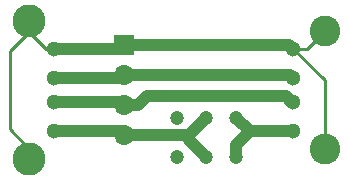
<source format=gbr>
G04 #@! TF.GenerationSoftware,KiCad,Pcbnew,(5.0.0)*
G04 #@! TF.CreationDate,2018-10-22T19:04:34-04:00*
G04 #@! TF.ProjectId,USBSwitchBuddy,55534253776974636842756464792E6B,rev?*
G04 #@! TF.SameCoordinates,Original*
G04 #@! TF.FileFunction,Copper,L1,Top,Signal*
G04 #@! TF.FilePolarity,Positive*
%FSLAX46Y46*%
G04 Gerber Fmt 4.6, Leading zero omitted, Abs format (unit mm)*
G04 Created by KiCad (PCBNEW (5.0.0)) date 10/22/18 19:04:34*
%MOMM*%
%LPD*%
G01*
G04 APERTURE LIST*
G04 #@! TA.AperFunction,ComponentPad*
%ADD10C,1.300000*%
G04 #@! TD*
G04 #@! TA.AperFunction,ComponentPad*
%ADD11C,2.800000*%
G04 #@! TD*
G04 #@! TA.AperFunction,ComponentPad*
%ADD12C,2.600000*%
G04 #@! TD*
G04 #@! TA.AperFunction,ComponentPad*
%ADD13O,1.700000X1.700000*%
G04 #@! TD*
G04 #@! TA.AperFunction,ComponentPad*
%ADD14R,1.700000X1.700000*%
G04 #@! TD*
G04 #@! TA.AperFunction,ComponentPad*
%ADD15C,1.200000*%
G04 #@! TD*
G04 #@! TA.AperFunction,Conductor*
%ADD16C,1.000000*%
G04 #@! TD*
G04 #@! TA.AperFunction,Conductor*
%ADD17C,0.250000*%
G04 #@! TD*
G04 APERTURE END LIST*
D10*
G04 #@! TO.P,J1,4*
G04 #@! TO.N,GND*
X72100000Y-76500000D03*
G04 #@! TO.P,J1,3*
G04 #@! TO.N,Net-(J1-Pad3)*
X72100000Y-79000000D03*
G04 #@! TO.P,J1,2*
G04 #@! TO.N,Net-(J1-Pad2)*
X72100000Y-81000000D03*
G04 #@! TO.P,J1,1*
G04 #@! TO.N,VCC*
X72100000Y-83500000D03*
D11*
G04 #@! TO.P,J1,5*
G04 #@! TO.N,GND*
X70000000Y-85850000D03*
X70000000Y-74150000D03*
G04 #@! TD*
D12*
G04 #@! TO.P,J2,5*
G04 #@! TO.N,GND*
X95000000Y-85000000D03*
D10*
G04 #@! TO.P,J2,4*
X92330000Y-76500000D03*
G04 #@! TO.P,J2,3*
G04 #@! TO.N,Net-(J1-Pad3)*
X92330000Y-79000000D03*
G04 #@! TO.P,J2,2*
G04 #@! TO.N,Net-(J1-Pad2)*
X92330000Y-81000000D03*
G04 #@! TO.P,J2,1*
G04 #@! TO.N,Net-(J2-Pad1)*
X92330000Y-83500000D03*
D12*
G04 #@! TO.P,J2,5*
G04 #@! TO.N,GND*
X95000000Y-75000000D03*
G04 #@! TD*
D13*
G04 #@! TO.P,J3,4*
G04 #@! TO.N,VCC*
X78000000Y-83810000D03*
G04 #@! TO.P,J3,3*
G04 #@! TO.N,Net-(J1-Pad2)*
X78000000Y-81270000D03*
G04 #@! TO.P,J3,2*
G04 #@! TO.N,Net-(J1-Pad3)*
X78000000Y-78730000D03*
D14*
G04 #@! TO.P,J3,1*
G04 #@! TO.N,GND*
X78000000Y-76190000D03*
G04 #@! TD*
D15*
G04 #@! TO.P,SW1,2*
G04 #@! TO.N,VCC*
X85000000Y-85650000D03*
X85000000Y-82350000D03*
G04 #@! TO.P,SW1,3*
G04 #@! TO.N,Net-(J2-Pad1)*
X87500000Y-82350000D03*
X87500000Y-85650000D03*
G04 #@! TO.P,SW1,1*
G04 #@! TO.N,Net-(SW1-Pad1)*
X82500000Y-85650000D03*
X82500000Y-82350000D03*
G04 #@! TD*
D16*
G04 #@! TO.N,GND*
X77690000Y-76500000D02*
X78000000Y-76190000D01*
X72100000Y-76500000D02*
X77690000Y-76500000D01*
X92020000Y-76190000D02*
X92330000Y-76500000D01*
X78000000Y-76190000D02*
X92020000Y-76190000D01*
D17*
X71450000Y-76500000D02*
X72100000Y-76500000D01*
X70000000Y-75050000D02*
X71450000Y-76500000D01*
X93500000Y-76500000D02*
X95000000Y-75000000D01*
X92330000Y-76500000D02*
X93500000Y-76500000D01*
X95000000Y-79170000D02*
X95000000Y-85000000D01*
X92330000Y-76500000D02*
X95000000Y-79170000D01*
X70000000Y-84950000D02*
X70000000Y-85850000D01*
X68350000Y-83300000D02*
X70000000Y-84950000D01*
X68350000Y-76700000D02*
X68350000Y-83300000D01*
X70000000Y-75050000D02*
X68350000Y-76700000D01*
X70000000Y-74150000D02*
X70000000Y-75050000D01*
D16*
G04 #@! TO.N,VCC*
X77690000Y-83500000D02*
X78000000Y-83810000D01*
X72100000Y-83500000D02*
X77690000Y-83500000D01*
X83540000Y-83810000D02*
X85000000Y-82350000D01*
X78000000Y-83810000D02*
X83540000Y-83810000D01*
X83540000Y-84190000D02*
X85000000Y-85650000D01*
X83540000Y-83810000D02*
X83540000Y-84190000D01*
G04 #@! TO.N,Net-(J1-Pad2)*
X77730000Y-81000000D02*
X78000000Y-81270000D01*
X72100000Y-81000000D02*
X77730000Y-81000000D01*
X92200000Y-81000000D02*
X92330000Y-81000000D01*
X91700000Y-80500000D02*
X92200000Y-81000000D01*
X79972081Y-80500000D02*
X91700000Y-80500000D01*
X78000000Y-81270000D02*
X79202081Y-81270000D01*
X79202081Y-81270000D02*
X79972081Y-80500000D01*
G04 #@! TO.N,Net-(J1-Pad3)*
X77730000Y-79000000D02*
X78000000Y-78730000D01*
X72100000Y-79000000D02*
X77730000Y-79000000D01*
X92060000Y-78730000D02*
X92330000Y-79000000D01*
X78000000Y-78730000D02*
X92060000Y-78730000D01*
G04 #@! TO.N,Net-(J2-Pad1)*
X87500000Y-82350000D02*
X88650000Y-83500000D01*
X88650000Y-83500000D02*
X92330000Y-83500000D01*
X87500000Y-84650000D02*
X88650000Y-83500000D01*
X87500000Y-85650000D02*
X87500000Y-84650000D01*
G04 #@! TD*
M02*

</source>
